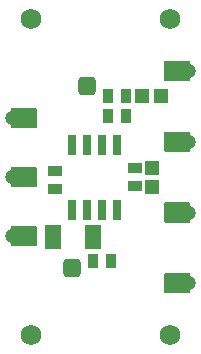
<source format=gts>
G04*
G04 #@! TF.GenerationSoftware,Altium Limited,Altium Designer,22.4.2 (48)*
G04*
G04 Layer_Color=8388736*
%FSLAX44Y44*%
%MOMM*%
G71*
G04*
G04 #@! TF.SameCoordinates,75CB8345-09F5-4D96-8CD2-F517BF26F09A*
G04*
G04*
G04 #@! TF.FilePolarity,Negative*
G04*
G01*
G75*
%ADD19R,1.3532X2.0032*%
%ADD20R,1.2032X1.1532*%
%ADD21R,0.8032X1.7032*%
%ADD22R,1.2032X0.9532*%
G04:AMPARAMS|DCode=23|XSize=1.6032mm|YSize=1.6032mm|CornerRadius=0.4516mm|HoleSize=0mm|Usage=FLASHONLY|Rotation=0.000|XOffset=0mm|YOffset=0mm|HoleType=Round|Shape=RoundedRectangle|*
%AMROUNDEDRECTD23*
21,1,1.6032,0.7000,0,0,0.0*
21,1,0.7000,1.6032,0,0,0.0*
1,1,0.9032,0.3500,-0.3500*
1,1,0.9032,-0.3500,-0.3500*
1,1,0.9032,-0.3500,0.3500*
1,1,0.9032,0.3500,0.3500*
%
%ADD23ROUNDEDRECTD23*%
%ADD24R,0.9532X1.2032*%
%ADD25R,1.1532X1.2032*%
%ADD26C,1.2000*%
%ADD27C,0.9032*%
%ADD28C,1.7272*%
%ADD29C,0.5842*%
G36*
X20133Y108510D02*
X20264Y108483D01*
X20390Y108441D01*
X20509Y108382D01*
X20620Y108308D01*
X20720Y108220D01*
X20808Y108120D01*
X20882Y108009D01*
X20941Y107890D01*
X20984Y107764D01*
X21010Y107633D01*
X21018Y107500D01*
Y92500D01*
X21010Y92367D01*
X20984Y92236D01*
X20941Y92110D01*
X20882Y91991D01*
X20808Y91880D01*
X20720Y91780D01*
X20620Y91692D01*
X20509Y91618D01*
X20390Y91559D01*
X20264Y91517D01*
X20133Y91490D01*
X20000Y91482D01*
X0D01*
X-133Y91490D01*
X-264Y91517D01*
X-390Y91559D01*
X-509Y91618D01*
X-620Y91692D01*
X-720Y91780D01*
X-808Y91880D01*
X-882Y91991D01*
X-941Y92110D01*
X-984Y92236D01*
X-1010Y92367D01*
X-1018Y92500D01*
Y107500D01*
X-1010Y107633D01*
X-984Y107764D01*
X-941Y107890D01*
X-882Y108009D01*
X-808Y108120D01*
X-720Y108220D01*
X-620Y108308D01*
X-509Y108382D01*
X-390Y108441D01*
X-264Y108483D01*
X-133Y108510D01*
X0Y108518D01*
X20000D01*
X20133Y108510D01*
D02*
G37*
G36*
X150133Y68509D02*
X150264Y68484D01*
X150390Y68441D01*
X150509Y68382D01*
X150620Y68308D01*
X150720Y68220D01*
X150808Y68120D01*
X150882Y68009D01*
X150941Y67890D01*
X150983Y67764D01*
X151010Y67633D01*
X151018Y67500D01*
Y52500D01*
X151010Y52367D01*
X150983Y52236D01*
X150941Y52110D01*
X150882Y51991D01*
X150808Y51880D01*
X150720Y51780D01*
X150620Y51692D01*
X150509Y51618D01*
X150390Y51559D01*
X150264Y51516D01*
X150133Y51491D01*
X150000Y51482D01*
X130000D01*
X129867Y51491D01*
X129736Y51516D01*
X129610Y51559D01*
X129491Y51618D01*
X129380Y51692D01*
X129280Y51780D01*
X129192Y51880D01*
X129118Y51991D01*
X129059Y52110D01*
X129017Y52236D01*
X128990Y52367D01*
X128982Y52500D01*
Y67500D01*
X128990Y67633D01*
X129017Y67764D01*
X129059Y67890D01*
X129118Y68009D01*
X129192Y68120D01*
X129280Y68220D01*
X129380Y68308D01*
X129491Y68382D01*
X129610Y68441D01*
X129736Y68484D01*
X129867Y68509D01*
X130000Y68518D01*
X150000D01*
X150133Y68509D01*
D02*
G37*
G36*
Y128510D02*
X150264Y128483D01*
X150390Y128441D01*
X150509Y128382D01*
X150620Y128308D01*
X150720Y128220D01*
X150808Y128120D01*
X150882Y128009D01*
X150941Y127890D01*
X150983Y127764D01*
X151010Y127633D01*
X151018Y127500D01*
Y112500D01*
X151010Y112367D01*
X150983Y112236D01*
X150941Y112110D01*
X150882Y111991D01*
X150808Y111880D01*
X150720Y111780D01*
X150620Y111692D01*
X150509Y111618D01*
X150390Y111559D01*
X150264Y111517D01*
X150133Y111490D01*
X150000Y111482D01*
X130000D01*
X129867Y111490D01*
X129736Y111517D01*
X129610Y111559D01*
X129491Y111618D01*
X129380Y111692D01*
X129280Y111780D01*
X129192Y111880D01*
X129118Y111991D01*
X129059Y112110D01*
X129017Y112236D01*
X128990Y112367D01*
X128982Y112500D01*
Y127500D01*
X128990Y127633D01*
X129017Y127764D01*
X129059Y127890D01*
X129118Y128009D01*
X129192Y128120D01*
X129280Y128220D01*
X129380Y128308D01*
X129491Y128382D01*
X129610Y128441D01*
X129736Y128483D01*
X129867Y128510D01*
X130000Y128518D01*
X150000D01*
X150133Y128510D01*
D02*
G37*
G36*
X20133Y158510D02*
X20264Y158483D01*
X20390Y158441D01*
X20509Y158382D01*
X20620Y158308D01*
X20720Y158220D01*
X20808Y158120D01*
X20882Y158009D01*
X20941Y157890D01*
X20984Y157764D01*
X21010Y157633D01*
X21018Y157500D01*
Y142500D01*
X21010Y142367D01*
X20984Y142236D01*
X20941Y142110D01*
X20882Y141991D01*
X20808Y141880D01*
X20720Y141780D01*
X20620Y141692D01*
X20509Y141618D01*
X20390Y141559D01*
X20264Y141517D01*
X20133Y141490D01*
X20000Y141482D01*
X0D01*
X-133Y141490D01*
X-264Y141517D01*
X-390Y141559D01*
X-509Y141618D01*
X-620Y141692D01*
X-720Y141780D01*
X-808Y141880D01*
X-882Y141991D01*
X-941Y142110D01*
X-984Y142236D01*
X-1010Y142367D01*
X-1018Y142500D01*
Y157500D01*
X-1010Y157633D01*
X-984Y157764D01*
X-941Y157890D01*
X-882Y158009D01*
X-808Y158120D01*
X-720Y158220D01*
X-620Y158308D01*
X-509Y158382D01*
X-390Y158441D01*
X-264Y158483D01*
X-133Y158510D01*
X0Y158518D01*
X20000D01*
X20133Y158510D01*
D02*
G37*
G36*
Y208510D02*
X20264Y208484D01*
X20390Y208441D01*
X20509Y208382D01*
X20620Y208308D01*
X20720Y208220D01*
X20808Y208120D01*
X20882Y208009D01*
X20941Y207890D01*
X20984Y207764D01*
X21010Y207633D01*
X21018Y207500D01*
Y192500D01*
X21010Y192367D01*
X20984Y192236D01*
X20941Y192110D01*
X20882Y191991D01*
X20808Y191880D01*
X20720Y191780D01*
X20620Y191692D01*
X20509Y191618D01*
X20390Y191559D01*
X20264Y191516D01*
X20133Y191490D01*
X20000Y191482D01*
X0D01*
X-133Y191490D01*
X-264Y191516D01*
X-390Y191559D01*
X-509Y191618D01*
X-620Y191692D01*
X-720Y191780D01*
X-808Y191880D01*
X-882Y191991D01*
X-941Y192110D01*
X-984Y192236D01*
X-1010Y192367D01*
X-1018Y192500D01*
Y207500D01*
X-1010Y207633D01*
X-984Y207764D01*
X-941Y207890D01*
X-882Y208009D01*
X-808Y208120D01*
X-720Y208220D01*
X-620Y208308D01*
X-509Y208382D01*
X-390Y208441D01*
X-264Y208484D01*
X-133Y208510D01*
X0Y208518D01*
X20000D01*
X20133Y208510D01*
D02*
G37*
G36*
X150133Y188510D02*
X150264Y188484D01*
X150390Y188441D01*
X150509Y188382D01*
X150620Y188308D01*
X150720Y188220D01*
X150808Y188120D01*
X150882Y188009D01*
X150941Y187890D01*
X150983Y187764D01*
X151010Y187633D01*
X151018Y187500D01*
Y172500D01*
X151010Y172367D01*
X150983Y172236D01*
X150941Y172110D01*
X150882Y171991D01*
X150808Y171880D01*
X150720Y171780D01*
X150620Y171692D01*
X150509Y171618D01*
X150390Y171559D01*
X150264Y171516D01*
X150133Y171490D01*
X150000Y171482D01*
X130000D01*
X129867Y171490D01*
X129736Y171516D01*
X129610Y171559D01*
X129491Y171618D01*
X129380Y171692D01*
X129280Y171780D01*
X129192Y171880D01*
X129118Y171991D01*
X129059Y172110D01*
X129017Y172236D01*
X128990Y172367D01*
X128982Y172500D01*
Y187500D01*
X128990Y187633D01*
X129017Y187764D01*
X129059Y187890D01*
X129118Y188009D01*
X129192Y188120D01*
X129280Y188220D01*
X129380Y188308D01*
X129491Y188382D01*
X129610Y188441D01*
X129736Y188484D01*
X129867Y188510D01*
X130000Y188518D01*
X150000D01*
X150133Y188510D01*
D02*
G37*
G36*
Y248510D02*
X150264Y248484D01*
X150390Y248441D01*
X150509Y248382D01*
X150620Y248308D01*
X150720Y248220D01*
X150808Y248120D01*
X150882Y248009D01*
X150941Y247890D01*
X150983Y247764D01*
X151010Y247633D01*
X151018Y247500D01*
Y232500D01*
X151010Y232367D01*
X150983Y232236D01*
X150941Y232110D01*
X150882Y231991D01*
X150808Y231880D01*
X150720Y231780D01*
X150620Y231692D01*
X150509Y231618D01*
X150390Y231559D01*
X150264Y231516D01*
X150133Y231490D01*
X150000Y231482D01*
X130000D01*
X129867Y231490D01*
X129736Y231516D01*
X129610Y231559D01*
X129491Y231618D01*
X129380Y231692D01*
X129280Y231780D01*
X129192Y231880D01*
X129118Y231991D01*
X129059Y232110D01*
X129017Y232236D01*
X128990Y232367D01*
X128982Y232500D01*
Y247500D01*
X128990Y247633D01*
X129017Y247764D01*
X129059Y247890D01*
X129118Y248009D01*
X129192Y248120D01*
X129280Y248220D01*
X129380Y248308D01*
X129491Y248382D01*
X129610Y248441D01*
X129736Y248484D01*
X129867Y248510D01*
X130000Y248518D01*
X150000D01*
X150133Y248510D01*
D02*
G37*
D19*
X34650Y99060D02*
D03*
X68650D02*
D03*
D20*
X119000Y142000D02*
D03*
Y158000D02*
D03*
D21*
X50950Y122500D02*
D03*
X63650D02*
D03*
X76350D02*
D03*
X89050D02*
D03*
X50950Y177500D02*
D03*
X63650D02*
D03*
X76350D02*
D03*
X89050D02*
D03*
D22*
X36500Y139820D02*
D03*
Y154820D02*
D03*
X104000Y142360D02*
D03*
Y157360D02*
D03*
D23*
X50950Y73000D02*
D03*
X63650Y227000D02*
D03*
D24*
X68650Y78740D02*
D03*
X83650D02*
D03*
X81400Y218440D02*
D03*
X96400D02*
D03*
Y201930D02*
D03*
X81400D02*
D03*
D25*
X126110Y218440D02*
D03*
X110110D02*
D03*
D26*
X150000Y60000D02*
D03*
Y120000D02*
D03*
X0Y100000D02*
D03*
Y150000D02*
D03*
X150000Y180000D02*
D03*
Y240000D02*
D03*
X0Y200000D02*
D03*
D27*
X50950Y73000D02*
D03*
X63650Y227000D02*
D03*
D28*
X134000Y284000D02*
D03*
X16000D02*
D03*
X134000Y16000D02*
D03*
X16000D02*
D03*
D29*
X140000Y115000D02*
D03*
Y245000D02*
D03*
X10000Y195000D02*
D03*
Y205000D02*
D03*
Y145000D02*
D03*
Y155000D02*
D03*
Y95000D02*
D03*
Y105000D02*
D03*
X140000Y65000D02*
D03*
Y55000D02*
D03*
Y125000D02*
D03*
Y185000D02*
D03*
Y175000D02*
D03*
Y235000D02*
D03*
M02*

</source>
